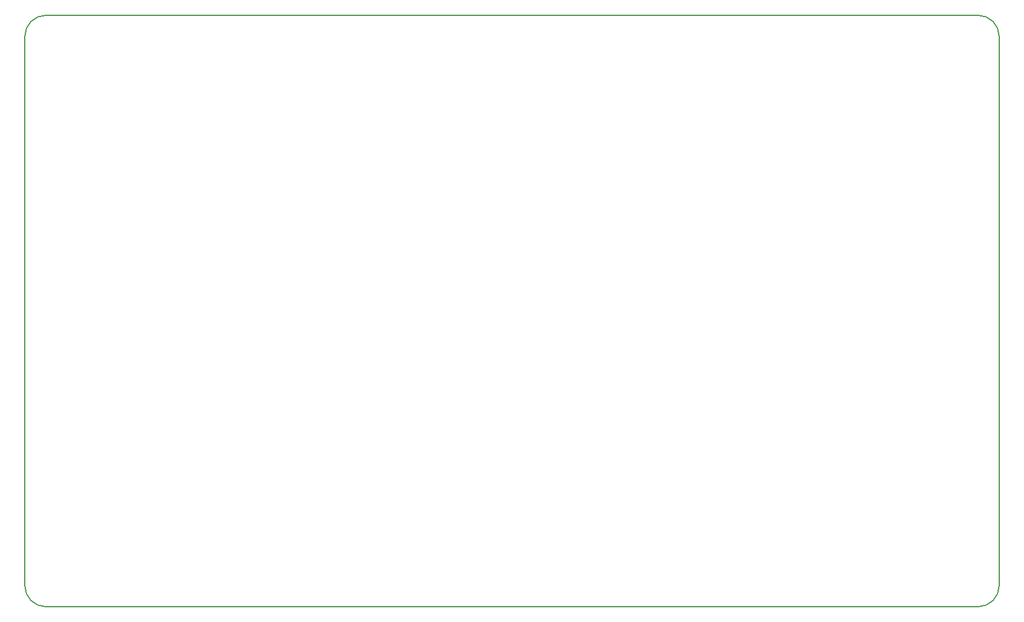
<source format=gbr>
%TF.GenerationSoftware,KiCad,Pcbnew,5.1.6-c6e7f7d~87~ubuntu18.04.1*%
%TF.CreationDate,2021-03-25T20:54:19+01:00*%
%TF.ProjectId,bz-hat,627a2d68-6174-42e6-9b69-6361645f7063,rev?*%
%TF.SameCoordinates,Original*%
%TF.FileFunction,Profile,NP*%
%FSLAX46Y46*%
G04 Gerber Fmt 4.6, Leading zero omitted, Abs format (unit mm)*
G04 Created by KiCad (PCBNEW 5.1.6-c6e7f7d~87~ubuntu18.04.1) date 2021-03-25 20:54:19*
%MOMM*%
%LPD*%
G01*
G04 APERTURE LIST*
%TA.AperFunction,Profile*%
%ADD10C,0.150000*%
%TD*%
G04 APERTURE END LIST*
D10*
X83000000Y-130000000D02*
G75*
G02*
X80000000Y-127000000I0J3000000D01*
G01*
X220000000Y-127000000D02*
G75*
G02*
X217000000Y-130000000I-3000000J0D01*
G01*
X217000000Y-45000000D02*
G75*
G02*
X220000000Y-48000000I0J-3000000D01*
G01*
X80000000Y-48000000D02*
G75*
G02*
X83000000Y-45000000I3000000J0D01*
G01*
X217000000Y-45000000D02*
X83000000Y-45000000D01*
X217000000Y-130000000D02*
X83000000Y-130000000D01*
X80000000Y-127000000D02*
X80000000Y-48000000D01*
X220000000Y-127000000D02*
X220000000Y-48000000D01*
M02*

</source>
